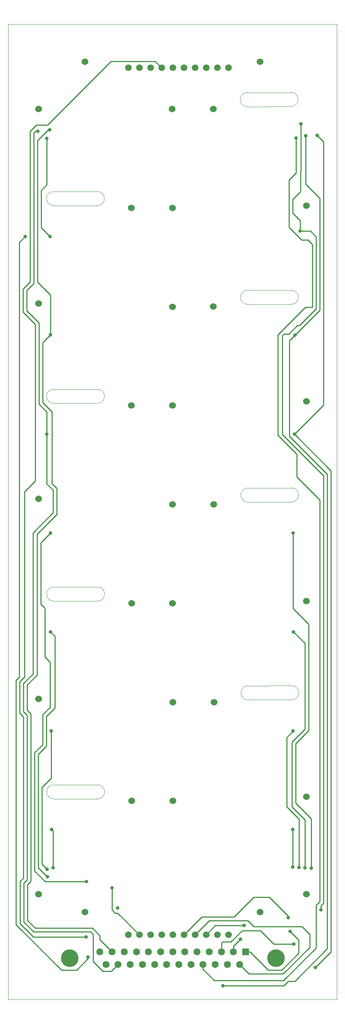
<source format=gbl>
G04 This is an RS-274x file exported by *
G04 gerbv version 2.6.0 *
G04 More information is available about gerbv at *
G04 http://gerbv.gpleda.org/ *
G04 --End of header info--*
%MOIN*%
%FSLAX34Y34*%
%IPPOS*%
G04 --Define apertures--*
%ADD10C,0.0000*%
%ADD11C,0.0600*%
%ADD12C,0.1575*%
%ADD13C,0.0630*%
%ADD14R,0.0630X0.0630*%
%ADD15C,0.0591*%
%ADD16C,0.0315*%
%ADD17C,0.0098*%
G04 --Start main section--*
G54D10*
G01X0055951Y-027656D02*
G75*
G02X0055948Y-026396I-000001J0000630D01*
G01X0059885Y-026388D02*
G75*
G02X0059888Y-027648I0000001J-000630D01*
G01X0055928Y-009935D02*
G01X0059865Y-009927D01*
G01X0055926Y-008675D02*
G01X0059863Y-008667D01*
G01X0055928Y-009935D02*
G75*
G02X0055926Y-008675I-000001J0000630D01*
G01X0034449Y-089963D02*
G01X0034449Y-002562D01*
G01X0063976Y-089963D02*
G01X0034449Y-089963D01*
G01X0063976Y-002562D02*
G01X0063976Y-089963D01*
G01X0034449Y-002562D02*
G01X0063976Y-002562D01*
G01X0042477Y-071965D02*
G01X0038540Y-071966D01*
G01X0042476Y-070705D02*
G01X0038539Y-070707D01*
G01X0042476Y-070705D02*
G75*
G02X0042477Y-071965I0000000J-000630D01*
G01X0055973Y-045376D02*
G75*
G02X0055971Y-044116I-000001J0000630D01*
G01X0059908Y-044108D02*
G75*
G02X0059910Y-045368I0000001J-000630D01*
G01X0055951Y-027656D02*
G01X0059888Y-027648D01*
G01X0055948Y-026396D02*
G01X0059885Y-026388D01*
G01X0042460Y-017548D02*
G01X0038523Y-017550D01*
G01X0042460Y-017548D02*
G75*
G02X0042461Y-018808I0000000J-000630D01*
G01X0038524Y-018810D02*
G75*
G02X0038523Y-017550I0000000J0000630D01*
G01X0055996Y-063097D02*
G01X0059933Y-063089D01*
G01X0055993Y-061837D02*
G01X0059930Y-061829D01*
G01X0059863Y-008667D02*
G75*
G02X0059865Y-009927I0000001J-000630D01*
G01X0055996Y-063097D02*
G75*
G02X0055993Y-061837I-000001J0000630D01*
G01X0059930Y-061829D02*
G75*
G02X0059933Y-063089I0000001J-000630D01*
G01X0055973Y-045376D02*
G01X0059910Y-045368D01*
G01X0055971Y-044116D02*
G01X0059908Y-044108D01*
G01X0042466Y-036527D02*
G01X0038529Y-036529D01*
G01X0042465Y-035267D02*
G01X0038528Y-035269D01*
G01X0042465Y-035267D02*
G75*
G02X0042466Y-036527I0000000J-000630D01*
G01X0038529Y-036529D02*
G75*
G02X0038528Y-035269I0000000J0000630D01*
G01X0042461Y-018808D02*
G01X0038524Y-018810D01*
G01X0038540Y-071966D02*
G75*
G02X0038539Y-070707I0000000J0000630D01*
G01X0042472Y-054246D02*
G01X0038535Y-054248D01*
G01X0042471Y-052986D02*
G01X0038534Y-052988D01*
G01X0042471Y-052986D02*
G75*
G02X0042472Y-054246I0000000J-000630D01*
G01X0038535Y-054248D02*
G75*
G02X0038534Y-052988I0000000J0000630D01*
G54D11*
G01X0049223Y-054441D03*
G01X0049217Y-036722D03*
G01X0049223Y-045588D03*
G01X0049245Y-063309D03*
G01X0049212Y-019003D03*
G01X0049200Y-027868D03*
G01X0049228Y-072160D03*
G01X0049178Y-010147D03*
G01X0037165Y-045096D03*
G01X0037165Y-063009D03*
G01X0037165Y-080529D03*
G01X0061260Y-018816D03*
G01X0061260Y-036336D03*
G01X0061260Y-054249D03*
G01X0061260Y-071769D03*
G01X0061260Y-080529D03*
G01X0037165Y-010154D03*
G01X0037165Y-027576D03*
G01X0041339Y-082103D03*
G01X0057087Y-082103D03*
G01X0041339Y-005908D03*
G01X0057087Y-005908D03*
G01X0045532Y-054443D03*
G01X0045526Y-036724D03*
G01X0052936Y-063301D03*
G01X0045521Y-019005D03*
G01X0052891Y-027860D03*
G01X0052914Y-045581D03*
G01X0045537Y-072161D03*
G01X0052869Y-010140D03*
G54D12*
G01X0039961Y-086249D03*
G01X0058504Y-086249D03*
G54D13*
G01X0043234Y-086808D03*
G01X0044325Y-086808D03*
G01X0045415Y-086808D03*
G01X0046506Y-086808D03*
G01X0047596Y-086808D03*
G01X0048687Y-086808D03*
G01X0049778Y-086808D03*
G01X0050868Y-086808D03*
G01X0051959Y-086808D03*
G01X0053049Y-086808D03*
G01X0054140Y-086808D03*
G01X0055230Y-086808D03*
G01X0042689Y-085690D03*
G01X0043780Y-085690D03*
G01X0044870Y-085690D03*
G01X0045961Y-085690D03*
G01X0047051Y-085690D03*
G01X0048142Y-085690D03*
G01X0049232Y-085690D03*
G01X0050323Y-085690D03*
G01X0051413Y-085690D03*
G01X0052504Y-085690D03*
G01X0053594Y-085690D03*
G01X0054685Y-085690D03*
G54D14*
G01X0055776Y-085690D03*
G54D15*
G01X0045232Y-006451D03*
G01X0046232Y-006451D03*
G01X0047232Y-006451D03*
G01X0048232Y-006451D03*
G01X0049232Y-006451D03*
G01X0050232Y-006451D03*
G01X0051232Y-006451D03*
G01X0052232Y-006451D03*
G01X0053232Y-006451D03*
G01X0054232Y-006451D03*
G01X0054232Y-084154D03*
G01X0053232Y-084154D03*
G01X0052232Y-084154D03*
G01X0051232Y-084154D03*
G01X0050232Y-084154D03*
G01X0049232Y-084154D03*
G01X0048232Y-084154D03*
G01X0047232Y-084154D03*
G01X0046232Y-084154D03*
G01X0045232Y-084154D03*
G54D16*
G01X0062038Y-087097D03*
G01X0060096Y-084998D03*
G01X0060169Y-039283D03*
G01X0062217Y-012512D03*
G01X0053752Y-088703D03*
G01X0060209Y-030425D03*
G01X0061193Y-012551D03*
G01X0060681Y-021094D03*
G01X0060750Y-011488D03*
G01X0062547Y-081921D03*
G01X0060307Y-012748D03*
G01X0037098Y-012157D03*
G01X0037925Y-039283D03*
G01X0038240Y-030386D03*
G01X0038183Y-012021D03*
G01X0041626Y-086134D03*
G01X0035967Y-021567D03*
G01X0038201Y-021567D03*
G01X0037925Y-012787D03*
G01X0041429Y-084333D03*
G01X0044264Y-081764D03*
G01X0041469Y-079393D03*
G01X0038240Y-048142D03*
G01X0037973Y-078937D03*
G01X0043762Y-079953D03*
G01X0038240Y-057000D03*
G01X0037954Y-078292D03*
G01X0038319Y-065898D03*
G01X0038358Y-074717D03*
G01X0038489Y-078157D03*
G01X0060051Y-048142D03*
G01X0061661Y-078191D03*
G01X0055320Y-084552D03*
G01X0055642Y-083329D03*
G01X0060091Y-057000D03*
G01X0061112Y-078144D03*
G01X0060051Y-065898D03*
G01X0060562Y-078104D03*
G01X0059776Y-083860D03*
G01X0059618Y-082630D03*
G01X0060012Y-074717D03*
G01X0060011Y-078084D03*
G54D17*
G01X0063457Y-042571D02*
G01X0063457Y-085678D01*
G01X0063457Y-085678D02*
G01X0062038Y-087097D01*
G01X0060169Y-039283D02*
G01X0063457Y-042571D01*
G01X0055474Y-083772D02*
G01X0054450Y-084795D01*
G01X0060096Y-084998D02*
G01X0058325Y-084998D01*
G01X0058325Y-084998D02*
G01X0057098Y-083772D01*
G01X0053713Y-084795D02*
G01X0053594Y-084913D01*
G01X0057098Y-083772D02*
G01X0055474Y-083772D01*
G01X0054450Y-084795D02*
G01X0053713Y-084795D01*
G01X0053594Y-084913D02*
G01X0053594Y-085690D01*
G01X0062217Y-012512D02*
G01X0062787Y-013083D01*
G01X0062787Y-013083D02*
G01X0062787Y-036665D01*
G01X0062787Y-036665D02*
G01X0060169Y-039283D01*
G01X0059146Y-088703D02*
G01X0053752Y-088703D01*
G01X0059726Y-039496D02*
G01X0063122Y-042892D01*
G01X0063122Y-042892D02*
G01X0063122Y-085386D01*
G01X0059215Y-088703D02*
G01X0059146Y-088703D01*
G01X0060209Y-030425D02*
G01X0059726Y-030907D01*
G01X0059726Y-030907D02*
G01X0059726Y-039496D01*
G01X0063122Y-085386D02*
G01X0060209Y-088299D01*
G01X0060209Y-088299D02*
G01X0059619Y-088299D01*
G01X0059619Y-088299D02*
G01X0059215Y-088703D01*
G01X0059215Y-088703D02*
G01X0059146Y-088703D01*
G01X0062453Y-028181D02*
G01X0060209Y-030425D01*
G01X0062453Y-018142D02*
G01X0062453Y-028181D01*
G01X0061193Y-016882D02*
G01X0062453Y-018142D01*
G01X0061193Y-012551D02*
G01X0061193Y-016882D01*
G01X0059224Y-030307D02*
G01X0059067Y-030465D01*
G01X0059264Y-030268D02*
G01X0059224Y-030307D01*
G01X0060602Y-029559D02*
G01X0060419Y-029559D01*
G01X0060419Y-029559D02*
G01X0059671Y-030307D01*
G01X0059671Y-030307D02*
G01X0059224Y-030307D01*
G01X0062118Y-028042D02*
G01X0060602Y-029559D01*
G01X0062118Y-021606D02*
G01X0062118Y-028042D01*
G01X0061606Y-021094D02*
G01X0062118Y-021606D01*
G01X0060681Y-021094D02*
G01X0061606Y-021094D01*
G01X0060720Y-015740D02*
G01X0060720Y-017551D01*
G01X0060681Y-020150D02*
G01X0060681Y-021094D01*
G01X0060720Y-017551D02*
G01X0060012Y-018260D01*
G01X0060750Y-011488D02*
G01X0060750Y-015711D01*
G01X0060012Y-019480D02*
G01X0060681Y-020150D01*
G01X0060750Y-015711D02*
G01X0060720Y-015740D01*
G01X0060012Y-018260D02*
G01X0060012Y-019480D01*
G01X0062547Y-081552D02*
G01X0062547Y-081921D01*
G01X0059067Y-030465D02*
G01X0059067Y-039310D01*
G01X0059067Y-039310D02*
G01X0062787Y-043030D01*
G01X0062787Y-081312D02*
G01X0062547Y-081552D01*
G01X0062787Y-043030D02*
G01X0062787Y-081312D01*
G01X0061783Y-022276D02*
G01X0061783Y-027904D01*
G01X0058673Y-030583D02*
G01X0058673Y-039389D01*
G01X0061390Y-021882D02*
G01X0061783Y-022276D01*
G01X0060813Y-021882D02*
G01X0061390Y-021882D01*
G01X0059677Y-016528D02*
G01X0059677Y-020746D01*
G01X0060307Y-015898D02*
G01X0059677Y-016528D01*
G01X0058673Y-030504D02*
G01X0058673Y-030583D01*
G01X0058673Y-030385D02*
G01X0058673Y-030583D01*
G01X0061783Y-027904D02*
G01X0061154Y-027904D01*
G01X0060307Y-012748D02*
G01X0060307Y-015898D01*
G01X0061154Y-027904D02*
G01X0058673Y-030385D01*
G01X0059677Y-020746D02*
G01X0060813Y-021882D01*
G01X0060378Y-041094D02*
G01X0060378Y-043114D01*
G01X0060378Y-043114D02*
G01X0062453Y-045189D01*
G01X0058673Y-039389D02*
G01X0060378Y-041094D01*
G01X0051959Y-087253D02*
G01X0052965Y-088260D01*
G01X0062453Y-081173D02*
G01X0062453Y-045228D01*
G01X0062104Y-085341D02*
G01X0062104Y-081522D01*
G01X0062104Y-081522D02*
G01X0062453Y-081173D01*
G01X0052965Y-088260D02*
G01X0059185Y-088260D01*
G01X0059185Y-088260D02*
G01X0062104Y-085341D01*
G01X0051959Y-086808D02*
G01X0051959Y-087253D01*
G01X0035819Y-064146D02*
G01X0036154Y-064481D01*
G01X0036665Y-048142D02*
G01X0036665Y-060779D01*
G01X0035819Y-061625D02*
G01X0035819Y-064146D01*
G01X0036665Y-060779D02*
G01X0035819Y-061625D01*
G01X0038476Y-046331D02*
G01X0036665Y-048142D01*
G01X0038476Y-044283D02*
G01X0038476Y-046331D01*
G01X0037925Y-043732D02*
G01X0038476Y-044283D01*
G01X0035858Y-083005D02*
G01X0036743Y-083890D01*
G01X0037925Y-039283D02*
G01X0037925Y-043732D01*
G01X0041862Y-083890D02*
G01X0041980Y-084008D01*
G01X0036154Y-079204D02*
G01X0035858Y-079499D01*
G01X0041980Y-084008D02*
G01X0042089Y-084116D01*
G01X0036154Y-064481D02*
G01X0036154Y-079204D01*
G01X0035858Y-079499D02*
G01X0035858Y-083005D01*
G01X0036743Y-083890D02*
G01X0041862Y-083890D01*
G01X0041862Y-083890D02*
G01X0041980Y-084008D01*
G01X0037197Y-029303D02*
G01X0037197Y-036587D01*
G01X0036114Y-028220D02*
G01X0037197Y-029303D01*
G01X0042089Y-084116D02*
G01X0042089Y-085031D01*
G01X0042089Y-084982D02*
G01X0042089Y-085031D01*
G01X0042089Y-085031D02*
G01X0042089Y-086551D01*
G01X0042089Y-086551D02*
G01X0042946Y-087408D01*
G01X0042946Y-087408D02*
G01X0043724Y-087408D01*
G01X0043724Y-087408D02*
G01X0044010Y-087123D01*
G01X0044010Y-087123D02*
G01X0044325Y-086808D01*
G01X0036744Y-025780D02*
G01X0036114Y-026410D01*
G01X0036744Y-012289D02*
G01X0036744Y-025780D01*
G01X0036876Y-012157D02*
G01X0036744Y-012289D01*
G01X0037098Y-012157D02*
G01X0036876Y-012157D01*
G01X0037197Y-036587D02*
G01X0037925Y-037316D01*
G01X0036114Y-026410D02*
G01X0036114Y-028220D01*
G01X0037925Y-037316D02*
G01X0037925Y-039283D01*
G01X0042001Y-083555D02*
G01X0036882Y-083555D01*
G01X0036882Y-083555D02*
G01X0036193Y-082866D01*
G01X0036193Y-079638D02*
G01X0036193Y-082866D01*
G01X0036488Y-079343D02*
G01X0036193Y-079638D01*
G01X0036154Y-064008D02*
G01X0036488Y-064343D01*
G01X0036488Y-064343D02*
G01X0036488Y-079343D01*
G01X0036154Y-061764D02*
G01X0036154Y-064008D01*
G01X0037039Y-060878D02*
G01X0036154Y-061764D01*
G01X0038811Y-046469D02*
G01X0037039Y-048241D01*
G01X0037039Y-048241D02*
G01X0037039Y-060878D01*
G01X0037531Y-036449D02*
G01X0037531Y-031094D01*
G01X0038811Y-046469D02*
G01X0038811Y-044145D01*
G01X0038368Y-037285D02*
G01X0037531Y-036449D01*
G01X0037531Y-031094D02*
G01X0038240Y-030386D01*
G01X0038368Y-043702D02*
G01X0038368Y-037285D01*
G01X0038811Y-044145D02*
G01X0038368Y-043702D01*
G01X0042688Y-084598D02*
G01X0042688Y-084242D01*
G01X0043780Y-085690D02*
G01X0042688Y-084598D01*
G01X0042688Y-084242D02*
G01X0042001Y-083555D01*
G01X0038240Y-026803D02*
G01X0038240Y-030386D01*
G01X0037079Y-025642D02*
G01X0038240Y-026803D01*
G01X0038183Y-012021D02*
G01X0038036Y-012021D01*
G01X0038036Y-012021D02*
G01X0037079Y-012978D01*
G01X0037079Y-012978D02*
G01X0037079Y-025642D01*
G01X0040595Y-087322D02*
G01X0041626Y-086291D01*
G01X0041626Y-086291D02*
G01X0041626Y-086134D01*
G01X0035150Y-061348D02*
G01X0035150Y-083243D01*
G01X0039229Y-087322D02*
G01X0040595Y-087322D01*
G01X0035150Y-083243D02*
G01X0039229Y-087322D01*
G01X0035444Y-061053D02*
G01X0035444Y-061053D01*
G01X0035444Y-061053D02*
G01X0035150Y-061348D01*
G01X0035967Y-021567D02*
G01X0035444Y-022089D01*
G01X0035444Y-022089D02*
G01X0035444Y-061053D01*
G01X0037413Y-017433D02*
G01X0037413Y-020780D01*
G01X0037413Y-020780D02*
G01X0038201Y-021567D01*
G01X0037925Y-016921D02*
G01X0037413Y-017433D01*
G01X0037925Y-012787D02*
G01X0037925Y-016921D01*
G01X0035780Y-028359D02*
G01X0036862Y-029442D01*
G01X0035780Y-026272D02*
G01X0035780Y-028359D01*
G01X0036409Y-025642D02*
G01X0035780Y-026272D01*
G01X0036981Y-011579D02*
G01X0036409Y-012150D01*
G01X0036862Y-043496D02*
G01X0035917Y-044441D01*
G01X0036713Y-084333D02*
G01X0041206Y-084333D01*
G01X0036409Y-012150D02*
G01X0036409Y-025642D01*
G01X0048232Y-006451D02*
G01X0047652Y-005870D01*
G01X0035524Y-079361D02*
G01X0035524Y-083143D01*
G01X0036862Y-029442D02*
G01X0036862Y-043496D01*
G01X0037970Y-011579D02*
G01X0036981Y-011579D01*
G01X0047652Y-005870D02*
G01X0043678Y-005870D01*
G01X0035524Y-083143D02*
G01X0036713Y-084333D01*
G01X0043678Y-005870D02*
G01X0037970Y-011579D01*
G01X0035917Y-044441D02*
G01X0035917Y-061053D01*
G01X0035917Y-061053D02*
G01X0035484Y-061487D01*
G01X0035484Y-061487D02*
G01X0035484Y-064285D01*
G01X0035484Y-064285D02*
G01X0035819Y-064620D01*
G01X0041206Y-084333D02*
G01X0041429Y-084333D01*
G01X0035819Y-064620D02*
G01X0035819Y-079065D01*
G01X0035819Y-079065D02*
G01X0035524Y-079361D01*
G01X0036823Y-067826D02*
G01X0036823Y-078442D01*
G01X0036823Y-078442D02*
G01X0037773Y-079393D01*
G01X0037773Y-079393D02*
G01X0041469Y-079393D01*
G01X0037541Y-064430D02*
G01X0037541Y-067107D01*
G01X0037541Y-067107D02*
G01X0036823Y-067826D01*
G01X0038201Y-063614D02*
G01X0038201Y-063771D01*
G01X0038201Y-063771D02*
G01X0037541Y-064430D01*
G01X0037374Y-054520D02*
G01X0037374Y-049008D01*
G01X0037374Y-049008D02*
G01X0038240Y-048142D01*
G01X0037728Y-054874D02*
G01X0037374Y-054520D01*
G01X0037728Y-059244D02*
G01X0037728Y-054874D01*
G01X0038201Y-063614D02*
G01X0038201Y-059717D01*
G01X0038201Y-059717D02*
G01X0037728Y-059244D01*
G01X0037157Y-077969D02*
G01X0037157Y-078151D01*
G01X0037157Y-078151D02*
G01X0037944Y-078937D01*
G01X0037944Y-078937D02*
G01X0037973Y-078937D01*
G01X0044051Y-082207D02*
G01X0043762Y-081917D01*
G01X0043762Y-081917D02*
G01X0043762Y-079953D01*
G01X0044285Y-082207D02*
G01X0044051Y-082207D01*
G01X0046232Y-084154D02*
G01X0044285Y-082207D01*
G01X0037157Y-077969D02*
G01X0037157Y-067965D01*
G01X0038634Y-057394D02*
G01X0038240Y-057000D01*
G01X0037157Y-067965D02*
G01X0037876Y-067246D01*
G01X0037876Y-067246D02*
G01X0037876Y-064569D01*
G01X0037876Y-064569D02*
G01X0038634Y-063811D01*
G01X0038634Y-063811D02*
G01X0038634Y-057394D01*
G01X0037954Y-078292D02*
G01X0037492Y-077830D01*
G01X0037492Y-077830D02*
G01X0037492Y-070937D01*
G01X0037492Y-070937D02*
G01X0038319Y-070110D01*
G01X0038319Y-070110D02*
G01X0038319Y-065898D01*
G01X0038489Y-078157D02*
G01X0038489Y-074847D01*
G01X0038489Y-074847D02*
G01X0038358Y-074717D01*
G01X0061449Y-056311D02*
G01X0060051Y-054913D01*
G01X0060051Y-054913D02*
G01X0060051Y-048142D01*
G01X0060268Y-072354D02*
G01X0060268Y-067021D01*
G01X0061449Y-065839D02*
G01X0061449Y-056311D01*
G01X0060268Y-067021D02*
G01X0061449Y-065839D01*
G01X0061661Y-073748D02*
G01X0060268Y-072354D01*
G01X0061661Y-078191D02*
G01X0061661Y-073748D01*
G01X0055320Y-084552D02*
G01X0054685Y-085187D01*
G01X0054685Y-085187D02*
G01X0054685Y-085690D01*
G01X0052232Y-084154D02*
G01X0053057Y-083329D01*
G01X0053057Y-083329D02*
G01X0055642Y-083329D01*
G01X0061114Y-065701D02*
G01X0061114Y-058024D01*
G01X0061114Y-058024D02*
G01X0060091Y-057000D01*
G01X0059933Y-066882D02*
G01X0061114Y-065701D01*
G01X0060897Y-073632D02*
G01X0059933Y-072668D01*
G01X0059933Y-072668D02*
G01X0059933Y-066882D01*
G01X0061112Y-078144D02*
G01X0061112Y-073847D01*
G01X0061112Y-073847D02*
G01X0060897Y-073632D01*
G01X0051232Y-084154D02*
G01X0052500Y-082886D01*
G01X0052500Y-082886D02*
G01X0055976Y-082886D01*
G01X0055976Y-082886D02*
G01X0056508Y-083417D01*
G01X0056508Y-083417D02*
G01X0060839Y-083417D01*
G01X0055545Y-087123D02*
G01X0055230Y-086808D01*
G01X0060839Y-083417D02*
G01X0061547Y-084126D01*
G01X0061547Y-084126D02*
G01X0061547Y-085267D01*
G01X0061547Y-085267D02*
G01X0059158Y-087657D01*
G01X0059158Y-087657D02*
G01X0056079Y-087657D01*
G01X0056079Y-087657D02*
G01X0055545Y-087123D01*
G01X0059461Y-066488D02*
G01X0060051Y-065898D01*
G01X0059461Y-072669D02*
G01X0059461Y-066488D01*
G01X0060562Y-073771D02*
G01X0059461Y-072669D01*
G01X0060562Y-078104D02*
G01X0060562Y-073771D01*
G01X0059019Y-087322D02*
G01X0060539Y-085801D01*
G01X0057821Y-087322D02*
G01X0059019Y-087322D01*
G01X0056189Y-085690D02*
G01X0057821Y-087322D01*
G01X0055776Y-085690D02*
G01X0056189Y-085690D01*
G01X0060539Y-085801D02*
G01X0060539Y-084624D01*
G01X0060539Y-084624D02*
G01X0059776Y-083860D01*
G01X0057925Y-080780D02*
G01X0059618Y-082472D01*
G01X0059618Y-082472D02*
G01X0059618Y-082630D01*
G01X0056508Y-080780D02*
G01X0057925Y-080780D01*
G01X0054736Y-082551D02*
G01X0056508Y-080780D01*
G01X0050232Y-084154D02*
G01X0051835Y-082551D01*
G01X0051835Y-082551D02*
G01X0054736Y-082551D01*
G01X0060011Y-078084D02*
G01X0060011Y-074717D01*
G01X0060011Y-074717D02*
G01X0060012Y-074717D01*
M02*

</source>
